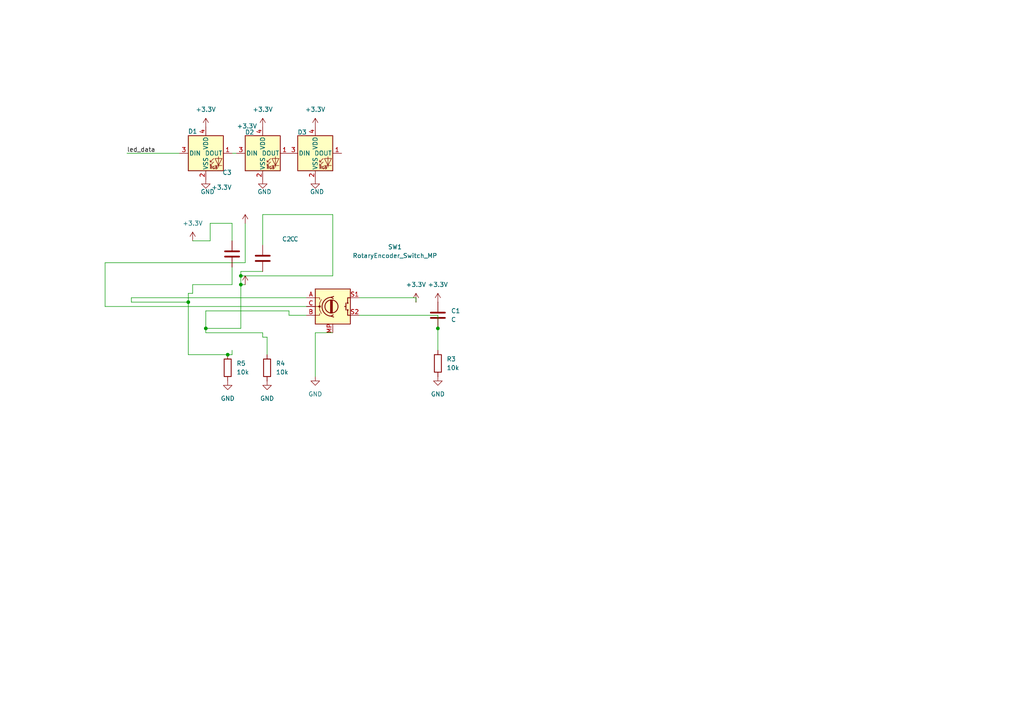
<source format=kicad_sch>
(kicad_sch (version 20231120) (generator "eeschema") (generator_version "8.0")
  (paper "A4")
  (lib_symbols
    (symbol "Device:C" (pin_numbers hide) (pin_names (offset 0.254))
      (property "Reference" "C" (at 0.635 2.54 0))
      (property "Value" "C" (at 0.635 -2.54 0))
      (symbol "C_0_1"
        (polyline (pts (xy -2.032 -0.762) (xy 2.032 -0.762)) (stroke (width 0.508)))
        (polyline (pts (xy -2.032 0.762) (xy 2.032 0.762)) (stroke (width 0.508)))
      )
      (symbol "C_1_1"
        (pin passive line (at 0 3.81 270) (length 2.794) (name "~") (number "1"))
        (pin passive line (at 0 -3.81 90) (length 2.794) (name "~") (number "2"))
      )
    )
    (symbol "Device:R" (pin_numbers hide) (pin_names (offset 0))
      (property "Reference" "R" (at 2.032 0 90))
      (property "Value" "R" (at 0 0 90))
      (symbol "R_0_1"
        (rectangle (start -1.016 -2.54) (end 1.016 2.54) (stroke (width 0.254)))
      )
      (symbol "R_1_1"
        (pin passive line (at 0 3.81 270) (length 1.27) (name "~") (number "1"))
        (pin passive line (at 0 -3.81 90) (length 1.27) (name "~") (number "2"))
      )
    )
    (symbol "Device:RotaryEncoder_Switch_MP" (pin_names (offset 0.254) hide)
      (property "Reference" "SW" (at 0 8.89 0))
      (property "Value" "RotaryEncoder_Switch_MP" (at 0 6.35 0))
      (symbol "RotaryEncoder_Switch_MP_0_1"
        (rectangle (start -5.08 5.08) (end 5.08 -5.08) (stroke (width 0.254)) (fill (type background)))
        (circle (center -3.81 0) (radius 0.254) (fill (type outline)))
        (circle (center -0.381 0) (radius 1.905) (stroke (width 0.254)))
        (arc (start -0.381 2.667) (mid -3.0988 -0.0635) (end -0.381 -2.794) (stroke (width 0.254)))
        (polyline (pts (xy -0.635 -1.778) (xy -0.635 1.778)) (stroke (width 0.254)))
        (polyline (pts (xy -0.381 -1.778) (xy -0.381 1.778)) (stroke (width 0.254)))
        (polyline (pts (xy -0.127 1.778) (xy -0.127 -1.778)) (stroke (width 0.254)))
        (polyline (pts (xy 3.81 0) (xy 3.429 0)) (stroke (width 0.254)))
        (polyline (pts (xy 3.81 1.016) (xy 3.81 -1.016)) (stroke (width 0.254)))
        (polyline (pts (xy -5.08 -2.54) (xy -3.81 -2.54) (xy -3.81 -2.032)))
        (polyline (pts (xy -5.08 2.54) (xy -3.81 2.54) (xy -3.81 2.032)))
        (polyline (pts (xy 0.254 -3.048) (xy -0.508 -2.794) (xy 0.127 -2.413)) (stroke (width 0.254)))
        (polyline (pts (xy 0.254 2.921) (xy -0.508 2.667) (xy 0.127 2.286)) (stroke (width 0.254)))
        (polyline (pts (xy 5.08 -2.54) (xy 4.318 -2.54) (xy 4.318 -1.016)) (stroke (width 0.254)))
        (polyline (pts (xy 5.08 2.54) (xy 4.318 2.54) (xy 4.318 1.016)) (stroke (width 0.254)))
        (polyline (pts (xy -5.08 0) (xy -3.81 0) (xy -3.81 -1.016) (xy -3.302 -2.032)))
        (polyline (pts (xy -4.318 0) (xy -3.81 0) (xy -3.81 1.016) (xy -3.302 2.032)))
        (circle (center 4.318 -1.016) (radius 0.127) (stroke (width 0.254)))
        (circle (center 4.318 1.016) (radius 0.127) (stroke (width 0.254)))
      )
      (symbol "RotaryEncoder_Switch_MP_1_1"
        (pin passive line (at -7.62 2.54 0) (length 2.54) (name "A") (number "A"))
        (pin passive line (at -7.62 -2.54 0) (length 2.54) (name "B") (number "B"))
        (pin passive line (at -7.62 0 0) (length 2.54) (name "C") (number "C"))
        (pin passive line (at 0 -7.62 90) (length 2.54) (name "MP") (number "MP"))
        (pin passive line (at 7.62 2.54 180) (length 2.54) (name "S1") (number "S1"))
        (pin passive line (at 7.62 -2.54 180) (length 2.54) (name "S2") (number "S2"))
      )
    )
    (symbol "LED:WS2812B-2020" (pin_names (offset 0.254))
      (property "Reference" "D" (at 5.08 5.715 0))
      (property "Value" "WS2812B-2020" (at 1.27 -5.715 0))
      (symbol "WS2812B-2020_0_0"
        (text "RGB" (at 2.286 -4.191 0) (effects (font (size 0.762 0.762))))
      )
      (symbol "WS2812B-2020_0_1"
        (polyline (pts (xy 1.27 -3.556) (xy 1.778 -3.556)))
        (polyline (pts (xy 1.27 -2.54) (xy 1.778 -2.54)))
        (polyline (pts (xy 4.699 -3.556) (xy 2.667 -3.556)))
        (polyline (pts (xy 2.286 -2.54) (xy 1.27 -3.556) (xy 1.27 -3.048)))
        (polyline (pts (xy 2.286 -1.524) (xy 1.27 -2.54) (xy 1.27 -2.032)))
        (polyline (pts (xy 3.683 -1.016) (xy 3.683 -3.556) (xy 3.683 -4.064)))
        (polyline (pts (xy 4.699 -1.524) (xy 2.667 -1.524) (xy 3.683 -3.556) (xy 4.699 -1.524)))
        (rectangle (start 5.08 5.08) (end -5.08 -5.08) (stroke (width 0.254)) (fill (type background)))
      )
      (symbol "WS2812B-2020_1_1"
        (pin output line (at 7.62 0 180) (length 2.54) (name "DOUT") (number "1"))
        (pin power_in line (at 0 -7.62 90) (length 2.54) (name "VSS") (number "2"))
        (pin input line (at -7.62 0 0) (length 2.54) (name "DIN") (number "3"))
        (pin power_in line (at 0 7.62 270) (length 2.54) (name "VDD") (number "4"))
      )
    )
    (symbol "power:+3.3V" (power) (pin_numbers hide) (pin_names (offset 0) hide)
      (property "Value" "+3.3V" (at 0 3.556 0))
      (symbol "+3.3V_0_1"
        (polyline (pts (xy -0.762 1.27) (xy 0 2.54)))
        (polyline (pts (xy 0 0) (xy 0 2.54)))
        (polyline (pts (xy 0 2.54) (xy 0.762 1.27)))
      )
      (symbol "+3.3V_1_1"
        (pin power_in line (at 0 0 90) (length 0) (name "~") (number "1"))
      )
    )
    (symbol "power:GND" (power) (pin_numbers hide) (pin_names (offset 0) hide)
      (property "Value" "GND" (at 0 -3.81 0))
      (symbol "GND_0_1"
        (polyline (pts (xy 0 0) (xy 0 -1.27) (xy 1.27 -1.27) (xy 0 -2.54) (xy -1.27 -1.27) (xy 0 -1.27)))
      )
      (symbol "GND_1_1"
        (pin power_in line (at 0 0 270) (length 0) (name "~") (number "1"))
      )
    )
  )
  (junction (at 127 95.25))
  (junction (at 66.04 102.87))
  (junction (at 69.85 80.01))
  (junction (at 59.69 95.25))
  (junction (at 54.61 87.63))
  (junction (at 69.85 82.55))
  (wire (pts (xy 127 91.44) (xy 127 95.25)))
  (wire (pts (xy 104.14 91.44) (xy 127 91.44)))
  (wire (pts (xy 104.14 86.36) (xy 120.65 86.36)))
  (wire (pts (xy 67.31 64.77) (xy 67.31 69.85)))
  (wire (pts (xy 76.2 96.52) (xy 76.2 97.79)))
  (wire (pts (xy 55.88 69.85) (xy 60.96 69.85)))
  (wire (pts (xy 30.48 76.2) (xy 30.48 88.9)))
  (wire (pts (xy 59.69 95.25) (xy 59.69 96.52)))
  (wire (pts (xy 38.1 86.36) (xy 38.1 87.63)))
  (wire (pts (xy 83.82 91.44) (xy 88.9 91.44)))
  (wire (pts (xy 60.96 64.77) (xy 60.96 69.85)))
  (wire (pts (xy 55.88 85.09) (xy 54.61 85.09)))
  (wire (pts (xy 55.88 82.55) (xy 67.31 82.55)))
  (wire (pts (xy 96.52 62.23) (xy 96.52 80.01)))
  (wire (pts (xy 76.2 97.79) (xy 77.47 97.79)))
  (wire (pts (xy 69.85 95.25) (xy 59.69 95.25)))
  (wire (pts (xy 69.85 82.55) (xy 69.85 95.25)))
  (wire (pts (xy 69.85 80.01) (xy 96.52 80.01)))
  (wire (pts (xy 69.85 78.74) (xy 76.2 78.74)))
  (wire (pts (xy 120.65 86.36) (xy 120.65 87.63)))
  (wire (pts (xy 127 95.25) (xy 127 101.6)))
  (wire (pts (xy 67.31 82.55) (xy 67.31 77.47)))
  (wire (pts (xy 77.47 97.79) (xy 77.47 102.87)))
  (wire (pts (xy 55.88 82.55) (xy 55.88 85.09)))
  (wire (pts (xy 69.85 80.01) (xy 69.85 82.55)))
  (wire (pts (xy 91.44 96.52) (xy 91.44 109.22)))
  (wire (pts (xy 38.1 87.63) (xy 54.61 87.63)))
  (wire (pts (xy 36.83 44.45) (xy 52.07 44.45)))
  (wire (pts (xy 66.04 102.87) (xy 67.31 102.87)))
  (wire (pts (xy 69.85 82.55) (xy 71.12 82.55)))
  (wire (pts (xy 54.61 87.63) (xy 54.61 102.87)))
  (wire (pts (xy 54.61 102.87) (xy 66.04 102.87)))
  (wire (pts (xy 54.61 85.09) (xy 54.61 87.63)))
  (wire (pts (xy 76.2 62.23) (xy 96.52 62.23)))
  (wire (pts (xy 30.48 76.2) (xy 71.12 76.2)))
  (wire (pts (xy 71.12 76.2) (xy 71.12 64.77)))
  (wire (pts (xy 60.96 64.77) (xy 67.31 64.77)))
  (wire (pts (xy 38.1 86.36) (xy 88.9 86.36)))
  (wire (pts (xy 59.69 90.17) (xy 59.69 95.25)))
  (wire (pts (xy 30.48 88.9) (xy 88.9 88.9)))
  (wire (pts (xy 59.69 90.17) (xy 83.82 90.17)))
  (wire (pts (xy 59.69 96.52) (xy 76.2 96.52)))
  (wire (pts (xy 69.85 78.74) (xy 69.85 80.01)))
  (wire (pts (xy 67.31 102.87) (xy 67.31 101.6)))
  (wire (pts (xy 96.52 96.52) (xy 91.44 96.52)))
  (wire (pts (xy 83.82 90.17) (xy 83.82 91.44)))
  (wire (pts (xy 76.2 62.23) (xy 76.2 71.12)))
  (wire (pts (xy 68.58 44.45) (xy 67.31 44.45)))
  (label "led_data" (at 36.83 44.45 0))
  (symbol (lib_id "Device:C") (at 127 91.44 0) (unit 1)
    (property "Reference" "C1" (at 130.81 90.1699 0) (effects (justify left)))
    (property "Value" "C" (at 130.81 92.7099 0) (effects (justify left)))
    (property "Footprint" "Capacitor_SMD:C_0603_1608Metric_Pad1.08x0.95mm_HandSolder" (effects (hide yes)))
    (property "Description" "Unpolarized capacitor" (effects (hide yes)))
  )
  (symbol (lib_id "power:GND") (at 66.04 110.49 0) (unit 1)
    (property "Reference" "#PWR015" (effects (hide yes)))
    (property "Value" "GND" (at 66.04 115.57 0))
    (property "Description" "Power symbol creates a global label with name \"GND\" , ground" (effects (hide yes)))
  )
  (symbol (lib_id "power:GND") (at 76.2 52.07 0) (unit 1)
    (property "Reference" "#PWR05" (effects (hide yes)))
    (property "Value" "GND" (at 76.708 55.626 0))
    (property "Description" "Power symbol creates a global label with name \"GND\" , ground" (effects (hide yes)))
  )
  (symbol (lib_id "power:GND") (at 91.44 52.07 0) (unit 1)
    (property "Reference" "#PWR06" (effects (hide yes)))
    (property "Value" "GND" (at 91.948 55.626 0))
    (property "Description" "Power symbol creates a global label with name \"GND\" , ground" (effects (hide yes)))
  )
  (symbol (lib_id "LED:WS2812B-2020") (at 91.44 44.45 0) (unit 1)
    (property "Reference" "D3" (at 87.63 38.354 0))
    (property "Value" "WS2812B-2020" (effects (hide yes)))
    (property "Footprint" "LED_SMD:LED_WS2812B-2020_PLCC4_2.0x2.0mm" (effects (hide yes)))
    (property "Datasheet" "https://cdn-shop.adafruit.com/product-files/4684/4684_WS2812B-2020_V1.3_EN.pdf" (effects (hide yes)))
    (property "Description" "RGB LED with integrated controller, 2.0 x 2.0 mm, 12 mA" (effects (hide yes)))
  )
  (symbol (lib_id "Device:R") (at 66.04 106.68 0) (unit 1)
    (property "Reference" "R5" (at 68.58 105.4099 0) (effects (justify left)))
    (property "Value" "10k" (at 68.58 107.9499 0) (effects (justify left)))
    (property "Footprint" "Resistor_SMD:R_0603_1608Metric" (effects (hide yes)))
    (property "Description" "Resistor" (effects (hide yes)))
  )
  (symbol (lib_id "power:GND") (at 127 109.22 0) (unit 1)
    (property "Reference" "#PWR010" (effects (hide yes)))
    (property "Value" "GND" (at 127 114.3 0))
    (property "Description" "Power symbol creates a global label with name \"GND\" , ground" (effects (hide yes)))
  )
  (symbol (lib_id "power:+3.3V") (at 127 87.63 0) (unit 1)
    (property "Reference" "#PWR09" (effects (hide yes)))
    (property "Value" "+3.3V" (at 127 82.55 0))
    (property "Description" "Power symbol creates a global label with name \"+3.3V\"" (effects (hide yes)))
  )
  (symbol (lib_id "power:+3.3V") (at 76.2 36.83 0) (unit 1)
    (property "Reference" "#PWR02" (effects (hide yes)))
    (property "Value" "+3.3V" (at 76.2 31.75 0))
    (property "Description" "Power symbol creates a global label with name \"+3.3V\"" (effects (hide yes)))
  )
  (symbol (lib_id "power:+3.3V") (at 71.12 82.55 0) (unit 1)
    (property "Reference" "#PWR012" (effects (hide yes)))
    (property "Value" "+3.3V" (at 64.262 54.356 0))
    (property "Description" "Power symbol creates a global label with name \"+3.3V\"" (effects (hide yes)))
  )
  (symbol (lib_id "Device:RotaryEncoder_Switch_MP") (at 96.52 88.9 0) (unit 1)
    (property "Reference" "SW1" (at 114.554 71.628 0))
    (property "Value" "RotaryEncoder_Switch_MP" (at 114.554 74.168 0))
    (property "Footprint" "Rotary_Encoder:RotaryEncoder_Alps_EC11E-Switch_Vertical_H20mm_CircularMountingHoles" (effects (hide yes)))
    (property "Description" "Rotary encoder, dual channel, incremental quadrate outputs, with switch and MP Pin" (effects (hide yes)))
  )
  (symbol (lib_id "LED:WS2812B-2020") (at 76.2 44.45 0) (unit 1)
    (property "Reference" "D2" (at 72.39 38.354 0))
    (property "Value" "WS2812B-2020" (effects (hide yes)))
    (property "Footprint" "LED_SMD:LED_WS2812B-2020_PLCC4_2.0x2.0mm" (effects (hide yes)))
    (property "Datasheet" "https://cdn-shop.adafruit.com/product-files/4684/4684_WS2812B-2020_V1.3_EN.pdf" (effects (hide yes)))
    (property "Description" "RGB LED with integrated controller, 2.0 x 2.0 mm, 12 mA" (effects (hide yes)))
  )
  (symbol (lib_id "power:+3.3V") (at 120.65 87.63 0) (unit 1)
    (property "Reference" "#PWR08" (effects (hide yes)))
    (property "Value" "+3.3V" (at 120.65 82.55 0))
    (property "Description" "Power symbol creates a global label with name \"+3.3V\"" (effects (hide yes)))
  )
  (symbol (lib_id "Device:C") (at 76.2 74.93 0) (unit 1)
    (property "Reference" "C2" (at 81.788 69.342 0) (effects (justify left)))
    (property "Value" "C" (at 84.074 69.342 0) (effects (justify left)))
    (property "Footprint" "Capacitor_SMD:C_0603_1608Metric_Pad1.08x0.95mm_HandSolder" (effects (hide yes)))
    (property "Description" "Unpolarized capacitor" (effects (hide yes)))
  )
  (symbol (lib_id "LED:WS2812B-2020") (at 59.69 44.45 0) (unit 1)
    (property "Reference" "D1" (at 55.88 38.1 0))
    (property "Value" "WS2812B-2020" (effects (hide yes)))
    (property "Footprint" "LED_SMD:LED_WS2812B-2020_PLCC4_2.0x2.0mm" (effects (hide yes)))
    (property "Datasheet" "https://cdn-shop.adafruit.com/product-files/4684/4684_WS2812B-2020_V1.3_EN.pdf" (effects (hide yes)))
    (property "Description" "RGB LED with integrated controller, 2.0 x 2.0 mm, 12 mA" (effects (hide yes)))
  )
  (symbol (lib_id "power:+3.3V") (at 55.88 69.85 0) (unit 1)
    (property "Reference" "#PWR014" (effects (hide yes)))
    (property "Value" "+3.3V" (at 55.88 64.77 0))
    (property "Description" "Power symbol creates a global label with name \"+3.3V\"" (effects (hide yes)))
  )
  (symbol (lib_id "power:GND") (at 91.44 109.22 0) (unit 1)
    (property "Reference" "#PWR011" (effects (hide yes)))
    (property "Value" "GND" (at 91.44 114.3 0))
    (property "Description" "Power symbol creates a global label with name \"GND\" , ground" (effects (hide yes)))
  )
  (symbol (lib_id "power:+3.3V") (at 91.44 36.83 0) (unit 1)
    (property "Reference" "#PWR03" (effects (hide yes)))
    (property "Value" "+3.3V" (at 91.44 31.75 0))
    (property "Description" "Power symbol creates a global label with name \"+3.3V\"" (effects (hide yes)))
  )
  (symbol (lib_id "Device:C") (at 67.31 73.66 0) (unit 1)
    (property "Reference" "C3" (at 64.516 50.038 0) (effects (justify left)))
    (property "Value" "C" (at 85.09 69.342 0) (effects (justify left)))
    (property "Footprint" "Capacitor_SMD:C_0603_1608Metric_Pad1.08x0.95mm_HandSolder" (effects (hide yes)))
    (property "Description" "Unpolarized capacitor" (effects (hide yes)))
  )
  (symbol (lib_id "power:+3.3V") (at 59.69 36.83 0) (unit 1)
    (property "Reference" "#PWR01" (effects (hide yes)))
    (property "Value" "+3.3V" (at 59.69 31.75 0))
    (property "Description" "Power symbol creates a global label with name \"+3.3V\"" (effects (hide yes)))
  )
  (symbol (lib_id "Device:R") (at 127 105.41 0) (unit 1)
    (property "Reference" "R3" (at 129.54 104.1399 0) (effects (justify left)))
    (property "Value" "10k" (at 129.54 106.6799 0) (effects (justify left)))
    (property "Footprint" "Resistor_SMD:R_0603_1608Metric" (effects (hide yes)))
    (property "Description" "Resistor" (effects (hide yes)))
  )
  (symbol (lib_id "power:+3.3V") (at 71.12 64.77 0) (unit 1)
    (property "Reference" "#PWR07" (effects (hide yes)))
    (property "Value" "+3.3V" (at 71.628 36.576 0))
    (property "Description" "Power symbol creates a global label with name \"+3.3V\"" (effects (hide yes)))
  )
  (symbol (lib_id "power:GND") (at 77.47 110.49 0) (unit 1)
    (property "Reference" "#PWR013" (effects (hide yes)))
    (property "Value" "GND" (at 77.47 115.57 0))
    (property "Description" "Power symbol creates a global label with name \"GND\" , ground" (effects (hide yes)))
  )
  (symbol (lib_id "power:GND") (at 59.69 52.07 0) (unit 1)
    (property "Reference" "#PWR04" (effects (hide yes)))
    (property "Value" "GND" (at 60.198 55.626 0))
    (property "Description" "Power symbol creates a global label with name \"GND\" , ground" (effects (hide yes)))
  )
  (symbol (lib_id "Device:R") (at 77.47 106.68 0) (unit 1)
    (property "Reference" "R4" (at 80.01 105.4099 0) (effects (justify left)))
    (property "Value" "10k" (at 80.01 107.9499 0) (effects (justify left)))
    (property "Footprint" "Resistor_SMD:R_0603_1608Metric" (effects (hide yes)))
    (property "Description" "Resistor" (effects (hide yes)))
  )
)
</source>
